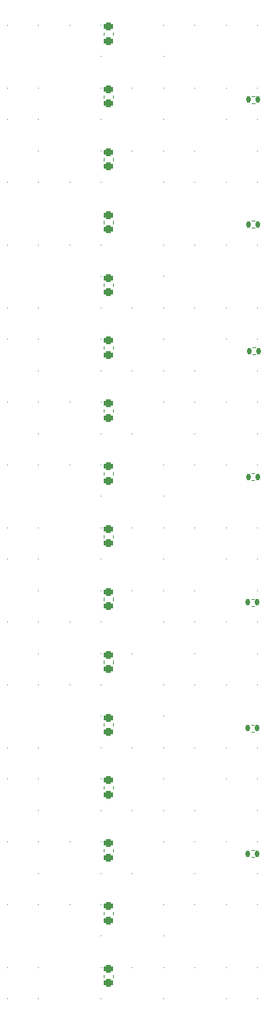
<source format=gto>
G04 #@! TF.GenerationSoftware,KiCad,Pcbnew,7.0.8*
G04 #@! TF.CreationDate,2023-10-22T01:26:05-04:00*
G04 #@! TF.ProjectId,MicrocontrollerInputModule,4d696372-6f63-46f6-9e74-726f6c6c6572,V2.6*
G04 #@! TF.SameCoordinates,Original*
G04 #@! TF.FileFunction,Legend,Top*
G04 #@! TF.FilePolarity,Positive*
%FSLAX46Y46*%
G04 Gerber Fmt 4.6, Leading zero omitted, Abs format (unit mm)*
G04 Created by KiCad (PCBNEW 7.0.8) date 2023-10-22 01:26:05*
%MOMM*%
%LPD*%
G01*
G04 APERTURE LIST*
G04 Aperture macros list*
%AMRoundRect*
0 Rectangle with rounded corners*
0 $1 Rounding radius*
0 $2 $3 $4 $5 $6 $7 $8 $9 X,Y pos of 4 corners*
0 Add a 4 corners polygon primitive as box body*
4,1,4,$2,$3,$4,$5,$6,$7,$8,$9,$2,$3,0*
0 Add four circle primitives for the rounded corners*
1,1,$1+$1,$2,$3*
1,1,$1+$1,$4,$5*
1,1,$1+$1,$6,$7*
1,1,$1+$1,$8,$9*
0 Add four rect primitives between the rounded corners*
20,1,$1+$1,$2,$3,$4,$5,0*
20,1,$1+$1,$4,$5,$6,$7,0*
20,1,$1+$1,$6,$7,$8,$9,0*
20,1,$1+$1,$8,$9,$2,$3,0*%
G04 Aperture macros list end*
%ADD10C,0.100000*%
%ADD11C,0.120000*%
%ADD12R,0.500000X0.500000*%
%ADD13RoundRect,0.225000X-0.250000X0.225000X-0.250000X-0.225000X0.250000X-0.225000X0.250000X0.225000X0*%
%ADD14RoundRect,0.135000X-0.135000X-0.185000X0.135000X-0.185000X0.135000X0.185000X-0.135000X0.185000X0*%
G04 APERTURE END LIST*
D10*
X57201107Y-117337108D02*
G75*
G03*
X57201107Y-117337108I-25000J0D01*
G01*
X46932107Y-96799108D02*
G75*
G03*
X46932107Y-96799108I-25000J0D01*
G01*
X60624107Y-55723108D02*
G75*
G03*
X60624107Y-55723108I-25000J0D01*
G01*
X53778107Y-35185108D02*
G75*
G03*
X53778107Y-35185108I-25000J0D01*
G01*
X40086107Y-117337108D02*
G75*
G03*
X40086107Y-117337108I-25000J0D01*
G01*
X33240107Y-100222108D02*
G75*
G03*
X33240107Y-100222108I-25000J0D01*
G01*
X50355107Y-69415108D02*
G75*
G03*
X50355107Y-69415108I-25000J0D01*
G01*
X43509107Y-62569108D02*
G75*
G03*
X43509107Y-62569108I-25000J0D01*
G01*
X46932107Y-72838108D02*
G75*
G03*
X46932107Y-72838108I-25000J0D01*
G01*
X60624107Y-59146108D02*
G75*
G03*
X60624107Y-59146108I-25000J0D01*
G01*
X46932107Y-76261108D02*
G75*
G03*
X46932107Y-76261108I-25000J0D01*
G01*
X40086107Y-42031108D02*
G75*
G03*
X40086107Y-42031108I-25000J0D01*
G01*
X60624107Y-86530108D02*
G75*
G03*
X60624107Y-86530108I-25000J0D01*
G01*
X40086107Y-79684108D02*
G75*
G03*
X40086107Y-79684108I-25000J0D01*
G01*
X36663107Y-79684108D02*
G75*
G03*
X36663107Y-79684108I-25000J0D01*
G01*
D11*
X43815000Y-42815420D02*
X43815000Y-43096580D01*
X44835000Y-42815420D02*
X44835000Y-43096580D01*
X43815000Y-22277420D02*
X43815000Y-22558580D01*
X44835000Y-22277420D02*
X44835000Y-22558580D01*
D10*
X50355107Y-110491108D02*
G75*
G03*
X50355107Y-110491108I-25000J0D01*
G01*
X46932107Y-65992108D02*
G75*
G03*
X46932107Y-65992108I-25000J0D01*
G01*
X57201107Y-124183108D02*
G75*
G03*
X57201107Y-124183108I-25000J0D01*
G01*
X60624107Y-107068108D02*
G75*
G03*
X60624107Y-107068108I-25000J0D01*
G01*
X33240107Y-127606108D02*
G75*
G03*
X33240107Y-127606108I-25000J0D01*
G01*
X36663107Y-42031108D02*
G75*
G03*
X36663107Y-42031108I-25000J0D01*
G01*
X46932107Y-107068108D02*
G75*
G03*
X46932107Y-107068108I-25000J0D01*
G01*
X57201107Y-100222108D02*
G75*
G03*
X57201107Y-100222108I-25000J0D01*
G01*
X46932107Y-110491108D02*
G75*
G03*
X46932107Y-110491108I-25000J0D01*
G01*
X50355107Y-72838108D02*
G75*
G03*
X50355107Y-72838108I-25000J0D01*
G01*
X40086107Y-62569108D02*
G75*
G03*
X40086107Y-62569108I-25000J0D01*
G01*
X60624107Y-127606108D02*
G75*
G03*
X60624107Y-127606108I-25000J0D01*
G01*
X50355107Y-35185108D02*
G75*
G03*
X50355107Y-35185108I-25000J0D01*
G01*
X36663107Y-76261108D02*
G75*
G03*
X36663107Y-76261108I-25000J0D01*
G01*
X43509107Y-103645108D02*
G75*
G03*
X43509107Y-103645108I-25000J0D01*
G01*
X57201107Y-31762108D02*
G75*
G03*
X57201107Y-31762108I-25000J0D01*
G01*
X50355107Y-96799108D02*
G75*
G03*
X50355107Y-96799108I-25000J0D01*
G01*
X36663107Y-59146108D02*
G75*
G03*
X36663107Y-59146108I-25000J0D01*
G01*
X53778107Y-52300108D02*
G75*
G03*
X53778107Y-52300108I-25000J0D01*
G01*
X43509107Y-127606108D02*
G75*
G03*
X43509107Y-127606108I-25000J0D01*
G01*
X40086107Y-65992108D02*
G75*
G03*
X40086107Y-65992108I-25000J0D01*
G01*
X43509107Y-124183108D02*
G75*
G03*
X43509107Y-124183108I-25000J0D01*
G01*
X40086107Y-127606108D02*
G75*
G03*
X40086107Y-127606108I-25000J0D01*
G01*
X33240107Y-52300108D02*
G75*
G03*
X33240107Y-52300108I-25000J0D01*
G01*
X53778107Y-113914108D02*
G75*
G03*
X53778107Y-113914108I-25000J0D01*
G01*
X53778107Y-79684108D02*
G75*
G03*
X53778107Y-79684108I-25000J0D01*
G01*
X36663107Y-31762108D02*
G75*
G03*
X36663107Y-31762108I-25000J0D01*
G01*
X50355107Y-117337108D02*
G75*
G03*
X50355107Y-117337108I-25000J0D01*
G01*
X60624107Y-45454108D02*
G75*
G03*
X60624107Y-45454108I-25000J0D01*
G01*
X46932107Y-103645108D02*
G75*
G03*
X46932107Y-103645108I-25000J0D01*
G01*
X36663107Y-72838108D02*
G75*
G03*
X36663107Y-72838108I-25000J0D01*
G01*
X43509107Y-79684108D02*
G75*
G03*
X43509107Y-79684108I-25000J0D01*
G01*
D11*
X59963466Y-42819608D02*
X60270748Y-42819608D01*
X59963466Y-43579608D02*
X60270748Y-43579608D01*
D10*
X36663107Y-65992108D02*
G75*
G03*
X36663107Y-65992108I-25000J0D01*
G01*
X40086107Y-21493108D02*
G75*
G03*
X40086107Y-21493108I-25000J0D01*
G01*
X57201107Y-103645108D02*
G75*
G03*
X57201107Y-103645108I-25000J0D01*
G01*
X40086107Y-59146108D02*
G75*
G03*
X40086107Y-59146108I-25000J0D01*
G01*
X33240107Y-72838108D02*
G75*
G03*
X33240107Y-72838108I-25000J0D01*
G01*
X36663107Y-100222108D02*
G75*
G03*
X36663107Y-100222108I-25000J0D01*
G01*
X46932107Y-48877108D02*
G75*
G03*
X46932107Y-48877108I-25000J0D01*
G01*
X50355107Y-86530108D02*
G75*
G03*
X50355107Y-86530108I-25000J0D01*
G01*
X46932107Y-113914108D02*
G75*
G03*
X46932107Y-113914108I-25000J0D01*
G01*
X40086107Y-69415108D02*
G75*
G03*
X40086107Y-69415108I-25000J0D01*
G01*
X60624107Y-62569108D02*
G75*
G03*
X60624107Y-62569108I-25000J0D01*
G01*
X46932107Y-21493108D02*
G75*
G03*
X46932107Y-21493108I-25000J0D01*
G01*
X33240107Y-93376108D02*
G75*
G03*
X33240107Y-93376108I-25000J0D01*
G01*
X60624107Y-52300108D02*
G75*
G03*
X60624107Y-52300108I-25000J0D01*
G01*
X33240107Y-110491108D02*
G75*
G03*
X33240107Y-110491108I-25000J0D01*
G01*
X60624107Y-76261108D02*
G75*
G03*
X60624107Y-76261108I-25000J0D01*
G01*
D11*
X59936359Y-111413500D02*
X60243641Y-111413500D01*
X59936359Y-112173500D02*
X60243641Y-112173500D01*
D10*
X36663107Y-69415108D02*
G75*
G03*
X36663107Y-69415108I-25000J0D01*
G01*
X43509107Y-72838108D02*
G75*
G03*
X43509107Y-72838108I-25000J0D01*
G01*
X53778107Y-89953108D02*
G75*
G03*
X53778107Y-89953108I-25000J0D01*
G01*
X57201107Y-127606108D02*
G75*
G03*
X57201107Y-127606108I-25000J0D01*
G01*
X33240107Y-59146108D02*
G75*
G03*
X33240107Y-59146108I-25000J0D01*
G01*
X40086107Y-96799108D02*
G75*
G03*
X40086107Y-96799108I-25000J0D01*
G01*
X46932107Y-55723108D02*
G75*
G03*
X46932107Y-55723108I-25000J0D01*
G01*
X50355107Y-120760108D02*
G75*
G03*
X50355107Y-120760108I-25000J0D01*
G01*
X33240107Y-86530108D02*
G75*
G03*
X33240107Y-86530108I-25000J0D01*
G01*
X46932107Y-28339108D02*
G75*
G03*
X46932107Y-28339108I-25000J0D01*
G01*
X60624107Y-48877108D02*
G75*
G03*
X60624107Y-48877108I-25000J0D01*
G01*
X36663107Y-55723108D02*
G75*
G03*
X36663107Y-55723108I-25000J0D01*
G01*
X50355107Y-107068108D02*
G75*
G03*
X50355107Y-107068108I-25000J0D01*
G01*
X46932107Y-38608108D02*
G75*
G03*
X46932107Y-38608108I-25000J0D01*
G01*
X53778107Y-45454108D02*
G75*
G03*
X53778107Y-45454108I-25000J0D01*
G01*
X46932107Y-31762108D02*
G75*
G03*
X46932107Y-31762108I-25000J0D01*
G01*
X43509107Y-59146108D02*
G75*
G03*
X43509107Y-59146108I-25000J0D01*
G01*
X43509107Y-89953108D02*
G75*
G03*
X43509107Y-89953108I-25000J0D01*
G01*
X33240107Y-24916108D02*
G75*
G03*
X33240107Y-24916108I-25000J0D01*
G01*
X36663107Y-52300108D02*
G75*
G03*
X36663107Y-52300108I-25000J0D01*
G01*
X36663107Y-93376108D02*
G75*
G03*
X36663107Y-93376108I-25000J0D01*
G01*
X57201107Y-107068108D02*
G75*
G03*
X57201107Y-107068108I-25000J0D01*
G01*
X43509107Y-52300108D02*
G75*
G03*
X43509107Y-52300108I-25000J0D01*
G01*
X40086107Y-120760108D02*
G75*
G03*
X40086107Y-120760108I-25000J0D01*
G01*
X60624107Y-96799108D02*
G75*
G03*
X60624107Y-96799108I-25000J0D01*
G01*
X60624107Y-38608108D02*
G75*
G03*
X60624107Y-38608108I-25000J0D01*
G01*
X43509107Y-76261108D02*
G75*
G03*
X43509107Y-76261108I-25000J0D01*
G01*
X40086107Y-72838108D02*
G75*
G03*
X40086107Y-72838108I-25000J0D01*
G01*
X43509107Y-107068108D02*
G75*
G03*
X43509107Y-107068108I-25000J0D01*
G01*
X50355107Y-83107108D02*
G75*
G03*
X50355107Y-83107108I-25000J0D01*
G01*
X50355107Y-55723108D02*
G75*
G03*
X50355107Y-55723108I-25000J0D01*
G01*
X36663107Y-107068108D02*
G75*
G03*
X36663107Y-107068108I-25000J0D01*
G01*
X50355107Y-113914108D02*
G75*
G03*
X50355107Y-113914108I-25000J0D01*
G01*
D11*
X43815000Y-49661420D02*
X43815000Y-49942580D01*
X44835000Y-49661420D02*
X44835000Y-49942580D01*
D10*
X33240107Y-124183108D02*
G75*
G03*
X33240107Y-124183108I-25000J0D01*
G01*
X46932107Y-52300108D02*
G75*
G03*
X46932107Y-52300108I-25000J0D01*
G01*
X53778107Y-86530108D02*
G75*
G03*
X53778107Y-86530108I-25000J0D01*
G01*
X40086107Y-103645108D02*
G75*
G03*
X40086107Y-103645108I-25000J0D01*
G01*
X46932107Y-35185108D02*
G75*
G03*
X46932107Y-35185108I-25000J0D01*
G01*
X36663107Y-110491108D02*
G75*
G03*
X36663107Y-110491108I-25000J0D01*
G01*
X43509107Y-24916108D02*
G75*
G03*
X43509107Y-24916108I-25000J0D01*
G01*
X46932107Y-83107108D02*
G75*
G03*
X46932107Y-83107108I-25000J0D01*
G01*
X36663107Y-103645108D02*
G75*
G03*
X36663107Y-103645108I-25000J0D01*
G01*
X53778107Y-83107108D02*
G75*
G03*
X53778107Y-83107108I-25000J0D01*
G01*
X40086107Y-113914108D02*
G75*
G03*
X40086107Y-113914108I-25000J0D01*
G01*
X60624107Y-83107108D02*
G75*
G03*
X60624107Y-83107108I-25000J0D01*
G01*
X50355107Y-21493108D02*
G75*
G03*
X50355107Y-21493108I-25000J0D01*
G01*
X50355107Y-124183108D02*
G75*
G03*
X50355107Y-124183108I-25000J0D01*
G01*
X46932107Y-89953108D02*
G75*
G03*
X46932107Y-89953108I-25000J0D01*
G01*
X36663107Y-83107108D02*
G75*
G03*
X36663107Y-83107108I-25000J0D01*
G01*
X60624107Y-120760108D02*
G75*
G03*
X60624107Y-120760108I-25000J0D01*
G01*
X53778107Y-76261108D02*
G75*
G03*
X53778107Y-76261108I-25000J0D01*
G01*
X50355107Y-127606108D02*
G75*
G03*
X50355107Y-127606108I-25000J0D01*
G01*
X53778107Y-103645108D02*
G75*
G03*
X53778107Y-103645108I-25000J0D01*
G01*
X33240107Y-120760108D02*
G75*
G03*
X33240107Y-120760108I-25000J0D01*
G01*
X50355107Y-31762108D02*
G75*
G03*
X50355107Y-31762108I-25000J0D01*
G01*
X33240107Y-38608108D02*
G75*
G03*
X33240107Y-38608108I-25000J0D01*
G01*
X53778107Y-24916108D02*
G75*
G03*
X53778107Y-24916108I-25000J0D01*
G01*
X40086107Y-83107108D02*
G75*
G03*
X40086107Y-83107108I-25000J0D01*
G01*
X57201107Y-93376108D02*
G75*
G03*
X57201107Y-93376108I-25000J0D01*
G01*
X50355107Y-79684108D02*
G75*
G03*
X50355107Y-79684108I-25000J0D01*
G01*
X50355107Y-28339108D02*
G75*
G03*
X50355107Y-28339108I-25000J0D01*
G01*
X53778107Y-72838108D02*
G75*
G03*
X53778107Y-72838108I-25000J0D01*
G01*
X36663107Y-45454108D02*
G75*
G03*
X36663107Y-45454108I-25000J0D01*
G01*
X57201107Y-96799108D02*
G75*
G03*
X57201107Y-96799108I-25000J0D01*
G01*
X60624107Y-103645108D02*
G75*
G03*
X60624107Y-103645108I-25000J0D01*
G01*
X50355107Y-62569108D02*
G75*
G03*
X50355107Y-62569108I-25000J0D01*
G01*
X57201107Y-38608108D02*
G75*
G03*
X57201107Y-38608108I-25000J0D01*
G01*
X40086107Y-45454108D02*
G75*
G03*
X40086107Y-45454108I-25000J0D01*
G01*
X36663107Y-124183108D02*
G75*
G03*
X36663107Y-124183108I-25000J0D01*
G01*
X40086107Y-31762108D02*
G75*
G03*
X40086107Y-31762108I-25000J0D01*
G01*
X40086107Y-86530108D02*
G75*
G03*
X40086107Y-86530108I-25000J0D01*
G01*
X53778107Y-69415108D02*
G75*
G03*
X53778107Y-69415108I-25000J0D01*
G01*
X40086107Y-55723108D02*
G75*
G03*
X40086107Y-55723108I-25000J0D01*
G01*
X57201107Y-69415108D02*
G75*
G03*
X57201107Y-69415108I-25000J0D01*
G01*
X53778107Y-107068108D02*
G75*
G03*
X53778107Y-107068108I-25000J0D01*
G01*
X43509107Y-28339108D02*
G75*
G03*
X43509107Y-28339108I-25000J0D01*
G01*
X46932107Y-120760108D02*
G75*
G03*
X46932107Y-120760108I-25000J0D01*
G01*
X50355107Y-59146108D02*
G75*
G03*
X50355107Y-59146108I-25000J0D01*
G01*
X53778107Y-65992108D02*
G75*
G03*
X53778107Y-65992108I-25000J0D01*
G01*
X43509107Y-69415108D02*
G75*
G03*
X43509107Y-69415108I-25000J0D01*
G01*
D11*
X59956359Y-70312500D02*
X60263641Y-70312500D01*
X59956359Y-71072500D02*
X60263641Y-71072500D01*
D10*
X40086107Y-100222108D02*
G75*
G03*
X40086107Y-100222108I-25000J0D01*
G01*
X57201107Y-24916108D02*
G75*
G03*
X57201107Y-24916108I-25000J0D01*
G01*
X57201107Y-62569108D02*
G75*
G03*
X57201107Y-62569108I-25000J0D01*
G01*
X57201107Y-120760108D02*
G75*
G03*
X57201107Y-120760108I-25000J0D01*
G01*
X43509107Y-93376108D02*
G75*
G03*
X43509107Y-93376108I-25000J0D01*
G01*
X46932107Y-117337108D02*
G75*
G03*
X46932107Y-117337108I-25000J0D01*
G01*
X36663107Y-24916108D02*
G75*
G03*
X36663107Y-24916108I-25000J0D01*
G01*
X33240107Y-42031108D02*
G75*
G03*
X33240107Y-42031108I-25000J0D01*
G01*
X60624107Y-89953108D02*
G75*
G03*
X60624107Y-89953108I-25000J0D01*
G01*
X53778107Y-48877108D02*
G75*
G03*
X53778107Y-48877108I-25000J0D01*
G01*
X33240107Y-21493108D02*
G75*
G03*
X33240107Y-21493108I-25000J0D01*
G01*
X40086107Y-35185108D02*
G75*
G03*
X40086107Y-35185108I-25000J0D01*
G01*
X60624107Y-35185108D02*
G75*
G03*
X60624107Y-35185108I-25000J0D01*
G01*
X43509107Y-117337108D02*
G75*
G03*
X43509107Y-117337108I-25000J0D01*
G01*
X57201107Y-52300108D02*
G75*
G03*
X57201107Y-52300108I-25000J0D01*
G01*
X40086107Y-110491108D02*
G75*
G03*
X40086107Y-110491108I-25000J0D01*
G01*
X46932107Y-45454108D02*
G75*
G03*
X46932107Y-45454108I-25000J0D01*
G01*
X40086107Y-52300108D02*
G75*
G03*
X40086107Y-52300108I-25000J0D01*
G01*
X60624107Y-31762108D02*
G75*
G03*
X60624107Y-31762108I-25000J0D01*
G01*
X60624107Y-42031108D02*
G75*
G03*
X60624107Y-42031108I-25000J0D01*
G01*
X50355107Y-100222108D02*
G75*
G03*
X50355107Y-100222108I-25000J0D01*
G01*
X46932107Y-62569108D02*
G75*
G03*
X46932107Y-62569108I-25000J0D01*
G01*
X60624107Y-79684108D02*
G75*
G03*
X60624107Y-79684108I-25000J0D01*
G01*
X43509107Y-86530108D02*
G75*
G03*
X43509107Y-86530108I-25000J0D01*
G01*
X43509107Y-110491108D02*
G75*
G03*
X43509107Y-110491108I-25000J0D01*
G01*
X53778107Y-96799108D02*
G75*
G03*
X53778107Y-96799108I-25000J0D01*
G01*
X50355107Y-45454108D02*
G75*
G03*
X50355107Y-45454108I-25000J0D01*
G01*
X53778107Y-31762108D02*
G75*
G03*
X53778107Y-31762108I-25000J0D01*
G01*
X33240107Y-89953108D02*
G75*
G03*
X33240107Y-89953108I-25000J0D01*
G01*
D11*
X43815000Y-90737420D02*
X43815000Y-91018580D01*
X44835000Y-90737420D02*
X44835000Y-91018580D01*
D10*
X33240107Y-76261108D02*
G75*
G03*
X33240107Y-76261108I-25000J0D01*
G01*
X33240107Y-55723108D02*
G75*
G03*
X33240107Y-55723108I-25000J0D01*
G01*
X53778107Y-100222108D02*
G75*
G03*
X53778107Y-100222108I-25000J0D01*
G01*
X53778107Y-110491108D02*
G75*
G03*
X53778107Y-110491108I-25000J0D01*
G01*
X60624107Y-124183108D02*
G75*
G03*
X60624107Y-124183108I-25000J0D01*
G01*
X57201107Y-113914108D02*
G75*
G03*
X57201107Y-113914108I-25000J0D01*
G01*
D11*
X43815000Y-118121420D02*
X43815000Y-118402580D01*
X44835000Y-118121420D02*
X44835000Y-118402580D01*
D10*
X57201107Y-72838108D02*
G75*
G03*
X57201107Y-72838108I-25000J0D01*
G01*
D11*
X59936359Y-97713500D02*
X60243641Y-97713500D01*
X59936359Y-98473500D02*
X60243641Y-98473500D01*
X43815000Y-111275420D02*
X43815000Y-111556580D01*
X44835000Y-111275420D02*
X44835000Y-111556580D01*
D10*
X36663107Y-38608108D02*
G75*
G03*
X36663107Y-38608108I-25000J0D01*
G01*
X57201107Y-45454108D02*
G75*
G03*
X57201107Y-45454108I-25000J0D01*
G01*
X33240107Y-107068108D02*
G75*
G03*
X33240107Y-107068108I-25000J0D01*
G01*
X57201107Y-28339108D02*
G75*
G03*
X57201107Y-28339108I-25000J0D01*
G01*
X43509107Y-42031108D02*
G75*
G03*
X43509107Y-42031108I-25000J0D01*
G01*
X36663107Y-113914108D02*
G75*
G03*
X36663107Y-113914108I-25000J0D01*
G01*
X33240107Y-113914108D02*
G75*
G03*
X33240107Y-113914108I-25000J0D01*
G01*
D11*
X43815000Y-63353420D02*
X43815000Y-63634580D01*
X44835000Y-63353420D02*
X44835000Y-63634580D01*
D10*
X36663107Y-96799108D02*
G75*
G03*
X36663107Y-96799108I-25000J0D01*
G01*
X53778107Y-62569108D02*
G75*
G03*
X53778107Y-62569108I-25000J0D01*
G01*
X53778107Y-28339108D02*
G75*
G03*
X53778107Y-28339108I-25000J0D01*
G01*
X43509107Y-35185108D02*
G75*
G03*
X43509107Y-35185108I-25000J0D01*
G01*
X46932107Y-100222108D02*
G75*
G03*
X46932107Y-100222108I-25000J0D01*
G01*
X43509107Y-21493108D02*
G75*
G03*
X43509107Y-21493108I-25000J0D01*
G01*
D11*
X43815000Y-56507420D02*
X43815000Y-56788580D01*
X44835000Y-56507420D02*
X44835000Y-56788580D01*
D10*
X50355107Y-93376108D02*
G75*
G03*
X50355107Y-93376108I-25000J0D01*
G01*
X57201107Y-59146108D02*
G75*
G03*
X57201107Y-59146108I-25000J0D01*
G01*
X40086107Y-48877108D02*
G75*
G03*
X40086107Y-48877108I-25000J0D01*
G01*
X40086107Y-76261108D02*
G75*
G03*
X40086107Y-76261108I-25000J0D01*
G01*
X40086107Y-93376108D02*
G75*
G03*
X40086107Y-93376108I-25000J0D01*
G01*
X46932107Y-124183108D02*
G75*
G03*
X46932107Y-124183108I-25000J0D01*
G01*
X57201107Y-89953108D02*
G75*
G03*
X57201107Y-89953108I-25000J0D01*
G01*
X46932107Y-24916108D02*
G75*
G03*
X46932107Y-24916108I-25000J0D01*
G01*
X33240107Y-62569108D02*
G75*
G03*
X33240107Y-62569108I-25000J0D01*
G01*
X53778107Y-117337108D02*
G75*
G03*
X53778107Y-117337108I-25000J0D01*
G01*
X50355107Y-42031108D02*
G75*
G03*
X50355107Y-42031108I-25000J0D01*
G01*
X43509107Y-55723108D02*
G75*
G03*
X43509107Y-55723108I-25000J0D01*
G01*
X33240107Y-69415108D02*
G75*
G03*
X33240107Y-69415108I-25000J0D01*
G01*
X53778107Y-55723108D02*
G75*
G03*
X53778107Y-55723108I-25000J0D01*
G01*
X43509107Y-83107108D02*
G75*
G03*
X43509107Y-83107108I-25000J0D01*
G01*
X36663107Y-117337108D02*
G75*
G03*
X36663107Y-117337108I-25000J0D01*
G01*
D11*
X43815000Y-97583420D02*
X43815000Y-97864580D01*
X44835000Y-97583420D02*
X44835000Y-97864580D01*
X59963466Y-29213108D02*
X60270748Y-29213108D01*
X59963466Y-29973108D02*
X60270748Y-29973108D01*
X59936359Y-84013500D02*
X60243641Y-84013500D01*
X59936359Y-84773500D02*
X60243641Y-84773500D01*
D10*
X43509107Y-65992108D02*
G75*
G03*
X43509107Y-65992108I-25000J0D01*
G01*
X53778107Y-42031108D02*
G75*
G03*
X53778107Y-42031108I-25000J0D01*
G01*
X60624107Y-69415108D02*
G75*
G03*
X60624107Y-69415108I-25000J0D01*
G01*
X33240107Y-31762108D02*
G75*
G03*
X33240107Y-31762108I-25000J0D01*
G01*
X57201107Y-76261108D02*
G75*
G03*
X57201107Y-76261108I-25000J0D01*
G01*
X36663107Y-28339108D02*
G75*
G03*
X36663107Y-28339108I-25000J0D01*
G01*
X57201107Y-35185108D02*
G75*
G03*
X57201107Y-35185108I-25000J0D01*
G01*
X46932107Y-127606108D02*
G75*
G03*
X46932107Y-127606108I-25000J0D01*
G01*
X60624107Y-72838108D02*
G75*
G03*
X60624107Y-72838108I-25000J0D01*
G01*
X40086107Y-124183108D02*
G75*
G03*
X40086107Y-124183108I-25000J0D01*
G01*
X60624107Y-28339108D02*
G75*
G03*
X60624107Y-28339108I-25000J0D01*
G01*
X33240107Y-45454108D02*
G75*
G03*
X33240107Y-45454108I-25000J0D01*
G01*
X36663107Y-127606108D02*
G75*
G03*
X36663107Y-127606108I-25000J0D01*
G01*
X57201107Y-86530108D02*
G75*
G03*
X57201107Y-86530108I-25000J0D01*
G01*
X50355107Y-65992108D02*
G75*
G03*
X50355107Y-65992108I-25000J0D01*
G01*
X57201107Y-42031108D02*
G75*
G03*
X57201107Y-42031108I-25000J0D01*
G01*
X57201107Y-79684108D02*
G75*
G03*
X57201107Y-79684108I-25000J0D01*
G01*
X33240107Y-96799108D02*
G75*
G03*
X33240107Y-96799108I-25000J0D01*
G01*
X43509107Y-100222108D02*
G75*
G03*
X43509107Y-100222108I-25000J0D01*
G01*
X46932107Y-69415108D02*
G75*
G03*
X46932107Y-69415108I-25000J0D01*
G01*
X60624107Y-65992108D02*
G75*
G03*
X60624107Y-65992108I-25000J0D01*
G01*
X46932107Y-79684108D02*
G75*
G03*
X46932107Y-79684108I-25000J0D01*
G01*
X43509107Y-113914108D02*
G75*
G03*
X43509107Y-113914108I-25000J0D01*
G01*
X33240107Y-117337108D02*
G75*
G03*
X33240107Y-117337108I-25000J0D01*
G01*
X36663107Y-120760108D02*
G75*
G03*
X36663107Y-120760108I-25000J0D01*
G01*
X43509107Y-96799108D02*
G75*
G03*
X43509107Y-96799108I-25000J0D01*
G01*
X57201107Y-55723108D02*
G75*
G03*
X57201107Y-55723108I-25000J0D01*
G01*
X33240107Y-83107108D02*
G75*
G03*
X33240107Y-83107108I-25000J0D01*
G01*
X60624107Y-21493108D02*
G75*
G03*
X60624107Y-21493108I-25000J0D01*
G01*
X57201107Y-83107108D02*
G75*
G03*
X57201107Y-83107108I-25000J0D01*
G01*
X50355107Y-89953108D02*
G75*
G03*
X50355107Y-89953108I-25000J0D01*
G01*
X57201107Y-21493108D02*
G75*
G03*
X57201107Y-21493108I-25000J0D01*
G01*
X43509107Y-31762108D02*
G75*
G03*
X43509107Y-31762108I-25000J0D01*
G01*
X43509107Y-48877108D02*
G75*
G03*
X43509107Y-48877108I-25000J0D01*
G01*
X50355107Y-48877108D02*
G75*
G03*
X50355107Y-48877108I-25000J0D01*
G01*
X60624107Y-24916108D02*
G75*
G03*
X60624107Y-24916108I-25000J0D01*
G01*
X57201107Y-48877108D02*
G75*
G03*
X57201107Y-48877108I-25000J0D01*
G01*
X43509107Y-45454108D02*
G75*
G03*
X43509107Y-45454108I-25000J0D01*
G01*
X53778107Y-93376108D02*
G75*
G03*
X53778107Y-93376108I-25000J0D01*
G01*
X40086107Y-38608108D02*
G75*
G03*
X40086107Y-38608108I-25000J0D01*
G01*
D11*
X43815000Y-29123420D02*
X43815000Y-29404580D01*
X44835000Y-29123420D02*
X44835000Y-29404580D01*
D10*
X46932107Y-86530108D02*
G75*
G03*
X46932107Y-86530108I-25000J0D01*
G01*
X53778107Y-59146108D02*
G75*
G03*
X53778107Y-59146108I-25000J0D01*
G01*
X60624107Y-113914108D02*
G75*
G03*
X60624107Y-113914108I-25000J0D01*
G01*
X50355107Y-103645108D02*
G75*
G03*
X50355107Y-103645108I-25000J0D01*
G01*
X36663107Y-86530108D02*
G75*
G03*
X36663107Y-86530108I-25000J0D01*
G01*
X46932107Y-93376108D02*
G75*
G03*
X46932107Y-93376108I-25000J0D01*
G01*
X36663107Y-48877108D02*
G75*
G03*
X36663107Y-48877108I-25000J0D01*
G01*
X43509107Y-38608108D02*
G75*
G03*
X43509107Y-38608108I-25000J0D01*
G01*
X57201107Y-65992108D02*
G75*
G03*
X57201107Y-65992108I-25000J0D01*
G01*
X50355107Y-38608108D02*
G75*
G03*
X50355107Y-38608108I-25000J0D01*
G01*
X33240107Y-79684108D02*
G75*
G03*
X33240107Y-79684108I-25000J0D01*
G01*
X33240107Y-28339108D02*
G75*
G03*
X33240107Y-28339108I-25000J0D01*
G01*
X43509107Y-120760108D02*
G75*
G03*
X43509107Y-120760108I-25000J0D01*
G01*
X33240107Y-48877108D02*
G75*
G03*
X33240107Y-48877108I-25000J0D01*
G01*
X57201107Y-110491108D02*
G75*
G03*
X57201107Y-110491108I-25000J0D01*
G01*
X50355107Y-24916108D02*
G75*
G03*
X50355107Y-24916108I-25000J0D01*
G01*
X46932107Y-42031108D02*
G75*
G03*
X46932107Y-42031108I-25000J0D01*
G01*
X60624107Y-100222108D02*
G75*
G03*
X60624107Y-100222108I-25000J0D01*
G01*
D11*
X43815000Y-77045420D02*
X43815000Y-77326580D01*
X44835000Y-77045420D02*
X44835000Y-77326580D01*
D10*
X40086107Y-24916108D02*
G75*
G03*
X40086107Y-24916108I-25000J0D01*
G01*
X50355107Y-52300108D02*
G75*
G03*
X50355107Y-52300108I-25000J0D01*
G01*
X60624107Y-110491108D02*
G75*
G03*
X60624107Y-110491108I-25000J0D01*
G01*
D11*
X43815000Y-70199420D02*
X43815000Y-70480580D01*
X44835000Y-70199420D02*
X44835000Y-70480580D01*
D10*
X60624107Y-117337108D02*
G75*
G03*
X60624107Y-117337108I-25000J0D01*
G01*
X36663107Y-35185108D02*
G75*
G03*
X36663107Y-35185108I-25000J0D01*
G01*
X40086107Y-28339108D02*
G75*
G03*
X40086107Y-28339108I-25000J0D01*
G01*
X53778107Y-120760108D02*
G75*
G03*
X53778107Y-120760108I-25000J0D01*
G01*
X33240107Y-103645108D02*
G75*
G03*
X33240107Y-103645108I-25000J0D01*
G01*
D11*
X43815000Y-104429420D02*
X43815000Y-104710580D01*
X44835000Y-104429420D02*
X44835000Y-104710580D01*
X43815000Y-35969420D02*
X43815000Y-36250580D01*
X44835000Y-35969420D02*
X44835000Y-36250580D01*
X43815000Y-124967420D02*
X43815000Y-125248580D01*
X44835000Y-124967420D02*
X44835000Y-125248580D01*
D10*
X36663107Y-21493108D02*
G75*
G03*
X36663107Y-21493108I-25000J0D01*
G01*
X53778107Y-38608108D02*
G75*
G03*
X53778107Y-38608108I-25000J0D01*
G01*
X36663107Y-89953108D02*
G75*
G03*
X36663107Y-89953108I-25000J0D01*
G01*
X53778107Y-127606108D02*
G75*
G03*
X53778107Y-127606108I-25000J0D01*
G01*
X46932107Y-59146108D02*
G75*
G03*
X46932107Y-59146108I-25000J0D01*
G01*
X33240107Y-65992108D02*
G75*
G03*
X33240107Y-65992108I-25000J0D01*
G01*
X53778107Y-21493108D02*
G75*
G03*
X53778107Y-21493108I-25000J0D01*
G01*
X40086107Y-89953108D02*
G75*
G03*
X40086107Y-89953108I-25000J0D01*
G01*
X36663107Y-62569108D02*
G75*
G03*
X36663107Y-62569108I-25000J0D01*
G01*
X33240107Y-35185108D02*
G75*
G03*
X33240107Y-35185108I-25000J0D01*
G01*
X50355107Y-76261108D02*
G75*
G03*
X50355107Y-76261108I-25000J0D01*
G01*
X60624107Y-93376108D02*
G75*
G03*
X60624107Y-93376108I-25000J0D01*
G01*
X53778107Y-124183108D02*
G75*
G03*
X53778107Y-124183108I-25000J0D01*
G01*
D11*
X60056358Y-56612500D02*
X60363640Y-56612500D01*
X60056358Y-57372500D02*
X60363640Y-57372500D01*
X43815000Y-83891420D02*
X43815000Y-84172580D01*
X44835000Y-83891420D02*
X44835000Y-84172580D01*
D10*
X40086107Y-107068108D02*
G75*
G03*
X40086107Y-107068108I-25000J0D01*
G01*
%LPC*%
D12*
X56826107Y-116987108D03*
X56826107Y-116087108D03*
X55926107Y-116087108D03*
X55926107Y-116987108D03*
X46557107Y-96449108D03*
X46557107Y-95549108D03*
X45657107Y-95549108D03*
X45657107Y-96449108D03*
X60249107Y-55373108D03*
X60249107Y-54473108D03*
X59349107Y-54473108D03*
X59349107Y-55373108D03*
X53403107Y-34835108D03*
X53403107Y-33935108D03*
X52503107Y-33935108D03*
X52503107Y-34835108D03*
X39711107Y-116987108D03*
X39711107Y-116087108D03*
X38811107Y-116087108D03*
X38811107Y-116987108D03*
X32865107Y-99872108D03*
X32865107Y-98972108D03*
X31965107Y-98972108D03*
X31965107Y-99872108D03*
X49980107Y-69065108D03*
X49980107Y-68165108D03*
X49080107Y-68165108D03*
X49080107Y-69065108D03*
X43134107Y-62219108D03*
X43134107Y-61319108D03*
X42234107Y-61319108D03*
X42234107Y-62219108D03*
X46557107Y-72488108D03*
X46557107Y-71588108D03*
X45657107Y-71588108D03*
X45657107Y-72488108D03*
X60249107Y-58796108D03*
X60249107Y-57896108D03*
X59349107Y-57896108D03*
X59349107Y-58796108D03*
X46557107Y-75911108D03*
X46557107Y-75011108D03*
X45657107Y-75011108D03*
X45657107Y-75911108D03*
X39711107Y-41681108D03*
X39711107Y-40781108D03*
X38811107Y-40781108D03*
X38811107Y-41681108D03*
X60249107Y-86180108D03*
X60249107Y-85280108D03*
X59349107Y-85280108D03*
X59349107Y-86180108D03*
X39711107Y-79334108D03*
X39711107Y-78434108D03*
X38811107Y-78434108D03*
X38811107Y-79334108D03*
X36288107Y-79334108D03*
X36288107Y-78434108D03*
X35388107Y-78434108D03*
X35388107Y-79334108D03*
D13*
X44325000Y-42181000D03*
X44325000Y-43731000D03*
X44325000Y-21643000D03*
X44325000Y-23193000D03*
D12*
X49980107Y-110141108D03*
X49980107Y-109241108D03*
X49080107Y-109241108D03*
X49080107Y-110141108D03*
X46557107Y-65642108D03*
X46557107Y-64742108D03*
X45657107Y-64742108D03*
X45657107Y-65642108D03*
X56826107Y-123833108D03*
X56826107Y-122933108D03*
X55926107Y-122933108D03*
X55926107Y-123833108D03*
X60249107Y-106718108D03*
X60249107Y-105818108D03*
X59349107Y-105818108D03*
X59349107Y-106718108D03*
X32865107Y-127256108D03*
X32865107Y-126356108D03*
X31965107Y-126356108D03*
X31965107Y-127256108D03*
X36288107Y-41681108D03*
X36288107Y-40781108D03*
X35388107Y-40781108D03*
X35388107Y-41681108D03*
X46557107Y-106718108D03*
X46557107Y-105818108D03*
X45657107Y-105818108D03*
X45657107Y-106718108D03*
X56826107Y-99872108D03*
X56826107Y-98972108D03*
X55926107Y-98972108D03*
X55926107Y-99872108D03*
X46557107Y-110141108D03*
X46557107Y-109241108D03*
X45657107Y-109241108D03*
X45657107Y-110141108D03*
X49980107Y-72488108D03*
X49980107Y-71588108D03*
X49080107Y-71588108D03*
X49080107Y-72488108D03*
X39711107Y-62219108D03*
X39711107Y-61319108D03*
X38811107Y-61319108D03*
X38811107Y-62219108D03*
X60249107Y-127256108D03*
X60249107Y-126356108D03*
X59349107Y-126356108D03*
X59349107Y-127256108D03*
X49980107Y-34835108D03*
X49980107Y-33935108D03*
X49080107Y-33935108D03*
X49080107Y-34835108D03*
X36288107Y-75911108D03*
X36288107Y-75011108D03*
X35388107Y-75011108D03*
X35388107Y-75911108D03*
X43134107Y-103295108D03*
X43134107Y-102395108D03*
X42234107Y-102395108D03*
X42234107Y-103295108D03*
X56826107Y-31412108D03*
X56826107Y-30512108D03*
X55926107Y-30512108D03*
X55926107Y-31412108D03*
X49980107Y-96449108D03*
X49980107Y-95549108D03*
X49080107Y-95549108D03*
X49080107Y-96449108D03*
X36288107Y-58796108D03*
X36288107Y-57896108D03*
X35388107Y-57896108D03*
X35388107Y-58796108D03*
X53403107Y-51950108D03*
X53403107Y-51050108D03*
X52503107Y-51050108D03*
X52503107Y-51950108D03*
X43134107Y-127256108D03*
X43134107Y-126356108D03*
X42234107Y-126356108D03*
X42234107Y-127256108D03*
X39711107Y-65642108D03*
X39711107Y-64742108D03*
X38811107Y-64742108D03*
X38811107Y-65642108D03*
X43134107Y-123833108D03*
X43134107Y-122933108D03*
X42234107Y-122933108D03*
X42234107Y-123833108D03*
X39711107Y-127256108D03*
X39711107Y-126356108D03*
X38811107Y-126356108D03*
X38811107Y-127256108D03*
X32865107Y-51950108D03*
X32865107Y-51050108D03*
X31965107Y-51050108D03*
X31965107Y-51950108D03*
X53403107Y-113564108D03*
X53403107Y-112664108D03*
X52503107Y-112664108D03*
X52503107Y-113564108D03*
X53403107Y-79334108D03*
X53403107Y-78434108D03*
X52503107Y-78434108D03*
X52503107Y-79334108D03*
X36288107Y-31412108D03*
X36288107Y-30512108D03*
X35388107Y-30512108D03*
X35388107Y-31412108D03*
X49980107Y-116987108D03*
X49980107Y-116087108D03*
X49080107Y-116087108D03*
X49080107Y-116987108D03*
X60249107Y-45104108D03*
X60249107Y-44204108D03*
X59349107Y-44204108D03*
X59349107Y-45104108D03*
X46557107Y-103295108D03*
X46557107Y-102395108D03*
X45657107Y-102395108D03*
X45657107Y-103295108D03*
X36288107Y-72488108D03*
X36288107Y-71588108D03*
X35388107Y-71588108D03*
X35388107Y-72488108D03*
X43134107Y-79334108D03*
X43134107Y-78434108D03*
X42234107Y-78434108D03*
X42234107Y-79334108D03*
D14*
X59607107Y-43199608D03*
X60627107Y-43199608D03*
D12*
X36288107Y-65642108D03*
X36288107Y-64742108D03*
X35388107Y-64742108D03*
X35388107Y-65642108D03*
X39711107Y-21143108D03*
X39711107Y-20243108D03*
X38811107Y-20243108D03*
X38811107Y-21143108D03*
X56826107Y-103295108D03*
X56826107Y-102395108D03*
X55926107Y-102395108D03*
X55926107Y-103295108D03*
X39711107Y-58796108D03*
X39711107Y-57896108D03*
X38811107Y-57896108D03*
X38811107Y-58796108D03*
X32865107Y-72488108D03*
X32865107Y-71588108D03*
X31965107Y-71588108D03*
X31965107Y-72488108D03*
X36288107Y-99872108D03*
X36288107Y-98972108D03*
X35388107Y-98972108D03*
X35388107Y-99872108D03*
X46557107Y-48527108D03*
X46557107Y-47627108D03*
X45657107Y-47627108D03*
X45657107Y-48527108D03*
X49980107Y-86180108D03*
X49980107Y-85280108D03*
X49080107Y-85280108D03*
X49080107Y-86180108D03*
X46557107Y-113564108D03*
X46557107Y-112664108D03*
X45657107Y-112664108D03*
X45657107Y-113564108D03*
X39711107Y-69065108D03*
X39711107Y-68165108D03*
X38811107Y-68165108D03*
X38811107Y-69065108D03*
X60249107Y-62219108D03*
X60249107Y-61319108D03*
X59349107Y-61319108D03*
X59349107Y-62219108D03*
X46557107Y-21143108D03*
X46557107Y-20243108D03*
X45657107Y-20243108D03*
X45657107Y-21143108D03*
X32865107Y-93026108D03*
X32865107Y-92126108D03*
X31965107Y-92126108D03*
X31965107Y-93026108D03*
X60249107Y-51950108D03*
X60249107Y-51050108D03*
X59349107Y-51050108D03*
X59349107Y-51950108D03*
X32865107Y-110141108D03*
X32865107Y-109241108D03*
X31965107Y-109241108D03*
X31965107Y-110141108D03*
X60249107Y-75911108D03*
X60249107Y-75011108D03*
X59349107Y-75011108D03*
X59349107Y-75911108D03*
D14*
X59580000Y-111793500D03*
X60600000Y-111793500D03*
D12*
X36288107Y-69065108D03*
X36288107Y-68165108D03*
X35388107Y-68165108D03*
X35388107Y-69065108D03*
X43134107Y-72488108D03*
X43134107Y-71588108D03*
X42234107Y-71588108D03*
X42234107Y-72488108D03*
X53403107Y-89603108D03*
X53403107Y-88703108D03*
X52503107Y-88703108D03*
X52503107Y-89603108D03*
X56826107Y-127256108D03*
X56826107Y-126356108D03*
X55926107Y-126356108D03*
X55926107Y-127256108D03*
X32865107Y-58796108D03*
X32865107Y-57896108D03*
X31965107Y-57896108D03*
X31965107Y-58796108D03*
X39711107Y-96449108D03*
X39711107Y-95549108D03*
X38811107Y-95549108D03*
X38811107Y-96449108D03*
X46557107Y-55373108D03*
X46557107Y-54473108D03*
X45657107Y-54473108D03*
X45657107Y-55373108D03*
X49980107Y-120410108D03*
X49980107Y-119510108D03*
X49080107Y-119510108D03*
X49080107Y-120410108D03*
X32865107Y-86180108D03*
X32865107Y-85280108D03*
X31965107Y-85280108D03*
X31965107Y-86180108D03*
X46557107Y-27989108D03*
X46557107Y-27089108D03*
X45657107Y-27089108D03*
X45657107Y-27989108D03*
X60249107Y-48527108D03*
X60249107Y-47627108D03*
X59349107Y-47627108D03*
X59349107Y-48527108D03*
X36288107Y-55373108D03*
X36288107Y-54473108D03*
X35388107Y-54473108D03*
X35388107Y-55373108D03*
X49980107Y-106718108D03*
X49980107Y-105818108D03*
X49080107Y-105818108D03*
X49080107Y-106718108D03*
X46557107Y-38258108D03*
X46557107Y-37358108D03*
X45657107Y-37358108D03*
X45657107Y-38258108D03*
X53403107Y-45104108D03*
X53403107Y-44204108D03*
X52503107Y-44204108D03*
X52503107Y-45104108D03*
X46557107Y-31412108D03*
X46557107Y-30512108D03*
X45657107Y-30512108D03*
X45657107Y-31412108D03*
X43134107Y-58796108D03*
X43134107Y-57896108D03*
X42234107Y-57896108D03*
X42234107Y-58796108D03*
X43134107Y-89603108D03*
X43134107Y-88703108D03*
X42234107Y-88703108D03*
X42234107Y-89603108D03*
X32865107Y-24566108D03*
X32865107Y-23666108D03*
X31965107Y-23666108D03*
X31965107Y-24566108D03*
X36288107Y-51950108D03*
X36288107Y-51050108D03*
X35388107Y-51050108D03*
X35388107Y-51950108D03*
X36288107Y-93026108D03*
X36288107Y-92126108D03*
X35388107Y-92126108D03*
X35388107Y-93026108D03*
X56826107Y-106718108D03*
X56826107Y-105818108D03*
X55926107Y-105818108D03*
X55926107Y-106718108D03*
X43134107Y-51950108D03*
X43134107Y-51050108D03*
X42234107Y-51050108D03*
X42234107Y-51950108D03*
X39711107Y-120410108D03*
X39711107Y-119510108D03*
X38811107Y-119510108D03*
X38811107Y-120410108D03*
X60249107Y-96449108D03*
X60249107Y-95549108D03*
X59349107Y-95549108D03*
X59349107Y-96449108D03*
X60249107Y-38258108D03*
X60249107Y-37358108D03*
X59349107Y-37358108D03*
X59349107Y-38258108D03*
X43134107Y-75911108D03*
X43134107Y-75011108D03*
X42234107Y-75011108D03*
X42234107Y-75911108D03*
X39711107Y-72488108D03*
X39711107Y-71588108D03*
X38811107Y-71588108D03*
X38811107Y-72488108D03*
X43134107Y-106718108D03*
X43134107Y-105818108D03*
X42234107Y-105818108D03*
X42234107Y-106718108D03*
X49980107Y-82757108D03*
X49980107Y-81857108D03*
X49080107Y-81857108D03*
X49080107Y-82757108D03*
X49980107Y-55373108D03*
X49980107Y-54473108D03*
X49080107Y-54473108D03*
X49080107Y-55373108D03*
X36288107Y-106718108D03*
X36288107Y-105818108D03*
X35388107Y-105818108D03*
X35388107Y-106718108D03*
X49980107Y-113564108D03*
X49980107Y-112664108D03*
X49080107Y-112664108D03*
X49080107Y-113564108D03*
D13*
X44325000Y-49027000D03*
X44325000Y-50577000D03*
D12*
X32865107Y-123833108D03*
X32865107Y-122933108D03*
X31965107Y-122933108D03*
X31965107Y-123833108D03*
X46557107Y-51950108D03*
X46557107Y-51050108D03*
X45657107Y-51050108D03*
X45657107Y-51950108D03*
X53403107Y-86180108D03*
X53403107Y-85280108D03*
X52503107Y-85280108D03*
X52503107Y-86180108D03*
X39711107Y-103295108D03*
X39711107Y-102395108D03*
X38811107Y-102395108D03*
X38811107Y-103295108D03*
X46557107Y-34835108D03*
X46557107Y-33935108D03*
X45657107Y-33935108D03*
X45657107Y-34835108D03*
X36288107Y-110141108D03*
X36288107Y-109241108D03*
X35388107Y-109241108D03*
X35388107Y-110141108D03*
X43134107Y-24566108D03*
X43134107Y-23666108D03*
X42234107Y-23666108D03*
X42234107Y-24566108D03*
X46557107Y-82757108D03*
X46557107Y-81857108D03*
X45657107Y-81857108D03*
X45657107Y-82757108D03*
X36288107Y-103295108D03*
X36288107Y-102395108D03*
X35388107Y-102395108D03*
X35388107Y-103295108D03*
X53403107Y-82757108D03*
X53403107Y-81857108D03*
X52503107Y-81857108D03*
X52503107Y-82757108D03*
X39711107Y-113564108D03*
X39711107Y-112664108D03*
X38811107Y-112664108D03*
X38811107Y-113564108D03*
X60249107Y-82757108D03*
X60249107Y-81857108D03*
X59349107Y-81857108D03*
X59349107Y-82757108D03*
X49980107Y-21143108D03*
X49980107Y-20243108D03*
X49080107Y-20243108D03*
X49080107Y-21143108D03*
X49980107Y-123833108D03*
X49980107Y-122933108D03*
X49080107Y-122933108D03*
X49080107Y-123833108D03*
X46557107Y-89603108D03*
X46557107Y-88703108D03*
X45657107Y-88703108D03*
X45657107Y-89603108D03*
X36288107Y-82757108D03*
X36288107Y-81857108D03*
X35388107Y-81857108D03*
X35388107Y-82757108D03*
X60249107Y-120410108D03*
X60249107Y-119510108D03*
X59349107Y-119510108D03*
X59349107Y-120410108D03*
X53403107Y-75911108D03*
X53403107Y-75011108D03*
X52503107Y-75011108D03*
X52503107Y-75911108D03*
X49980107Y-127256108D03*
X49980107Y-126356108D03*
X49080107Y-126356108D03*
X49080107Y-127256108D03*
X53403107Y-103295108D03*
X53403107Y-102395108D03*
X52503107Y-102395108D03*
X52503107Y-103295108D03*
X32865107Y-120410108D03*
X32865107Y-119510108D03*
X31965107Y-119510108D03*
X31965107Y-120410108D03*
X49980107Y-31412108D03*
X49980107Y-30512108D03*
X49080107Y-30512108D03*
X49080107Y-31412108D03*
X32865107Y-38258108D03*
X32865107Y-37358108D03*
X31965107Y-37358108D03*
X31965107Y-38258108D03*
X53403107Y-24566108D03*
X53403107Y-23666108D03*
X52503107Y-23666108D03*
X52503107Y-24566108D03*
X39711107Y-82757108D03*
X39711107Y-81857108D03*
X38811107Y-81857108D03*
X38811107Y-82757108D03*
X56826107Y-93026108D03*
X56826107Y-92126108D03*
X55926107Y-92126108D03*
X55926107Y-93026108D03*
X49980107Y-79334108D03*
X49980107Y-78434108D03*
X49080107Y-78434108D03*
X49080107Y-79334108D03*
X49980107Y-27989108D03*
X49980107Y-27089108D03*
X49080107Y-27089108D03*
X49080107Y-27989108D03*
X53403107Y-72488108D03*
X53403107Y-71588108D03*
X52503107Y-71588108D03*
X52503107Y-72488108D03*
X36288107Y-45104108D03*
X36288107Y-44204108D03*
X35388107Y-44204108D03*
X35388107Y-45104108D03*
X56826107Y-96449108D03*
X56826107Y-95549108D03*
X55926107Y-95549108D03*
X55926107Y-96449108D03*
X60249107Y-103295108D03*
X60249107Y-102395108D03*
X59349107Y-102395108D03*
X59349107Y-103295108D03*
X49980107Y-62219108D03*
X49980107Y-61319108D03*
X49080107Y-61319108D03*
X49080107Y-62219108D03*
X56826107Y-38258108D03*
X56826107Y-37358108D03*
X55926107Y-37358108D03*
X55926107Y-38258108D03*
X39711107Y-45104108D03*
X39711107Y-44204108D03*
X38811107Y-44204108D03*
X38811107Y-45104108D03*
X36288107Y-123833108D03*
X36288107Y-122933108D03*
X35388107Y-122933108D03*
X35388107Y-123833108D03*
X39711107Y-31412108D03*
X39711107Y-30512108D03*
X38811107Y-30512108D03*
X38811107Y-31412108D03*
X39711107Y-86180108D03*
X39711107Y-85280108D03*
X38811107Y-85280108D03*
X38811107Y-86180108D03*
X53403107Y-69065108D03*
X53403107Y-68165108D03*
X52503107Y-68165108D03*
X52503107Y-69065108D03*
X39711107Y-55373108D03*
X39711107Y-54473108D03*
X38811107Y-54473108D03*
X38811107Y-55373108D03*
X56826107Y-69065108D03*
X56826107Y-68165108D03*
X55926107Y-68165108D03*
X55926107Y-69065108D03*
X53403107Y-106718108D03*
X53403107Y-105818108D03*
X52503107Y-105818108D03*
X52503107Y-106718108D03*
X43134107Y-27989108D03*
X43134107Y-27089108D03*
X42234107Y-27089108D03*
X42234107Y-27989108D03*
X46557107Y-120410108D03*
X46557107Y-119510108D03*
X45657107Y-119510108D03*
X45657107Y-120410108D03*
X49980107Y-58796108D03*
X49980107Y-57896108D03*
X49080107Y-57896108D03*
X49080107Y-58796108D03*
X53403107Y-65642108D03*
X53403107Y-64742108D03*
X52503107Y-64742108D03*
X52503107Y-65642108D03*
X43134107Y-69065108D03*
X43134107Y-68165108D03*
X42234107Y-68165108D03*
X42234107Y-69065108D03*
D14*
X59600000Y-70692500D03*
X60620000Y-70692500D03*
D12*
X39711107Y-99872108D03*
X39711107Y-98972108D03*
X38811107Y-98972108D03*
X38811107Y-99872108D03*
X56826107Y-24566108D03*
X56826107Y-23666108D03*
X55926107Y-23666108D03*
X55926107Y-24566108D03*
X56826107Y-62219108D03*
X56826107Y-61319108D03*
X55926107Y-61319108D03*
X55926107Y-62219108D03*
X56826107Y-120410108D03*
X56826107Y-119510108D03*
X55926107Y-119510108D03*
X55926107Y-120410108D03*
X43134107Y-93026108D03*
X43134107Y-92126108D03*
X42234107Y-92126108D03*
X42234107Y-93026108D03*
X46557107Y-116987108D03*
X46557107Y-116087108D03*
X45657107Y-116087108D03*
X45657107Y-116987108D03*
X36288107Y-24566108D03*
X36288107Y-23666108D03*
X35388107Y-23666108D03*
X35388107Y-24566108D03*
X32865107Y-41681108D03*
X32865107Y-40781108D03*
X31965107Y-40781108D03*
X31965107Y-41681108D03*
X60249107Y-89603108D03*
X60249107Y-88703108D03*
X59349107Y-88703108D03*
X59349107Y-89603108D03*
X53403107Y-48527108D03*
X53403107Y-47627108D03*
X52503107Y-47627108D03*
X52503107Y-48527108D03*
X32865107Y-21143108D03*
X32865107Y-20243108D03*
X31965107Y-20243108D03*
X31965107Y-21143108D03*
X39711107Y-34835108D03*
X39711107Y-33935108D03*
X38811107Y-33935108D03*
X38811107Y-34835108D03*
X60249107Y-34835108D03*
X60249107Y-33935108D03*
X59349107Y-33935108D03*
X59349107Y-34835108D03*
X43134107Y-116987108D03*
X43134107Y-116087108D03*
X42234107Y-116087108D03*
X42234107Y-116987108D03*
X56826107Y-51950108D03*
X56826107Y-51050108D03*
X55926107Y-51050108D03*
X55926107Y-51950108D03*
X39711107Y-110141108D03*
X39711107Y-109241108D03*
X38811107Y-109241108D03*
X38811107Y-110141108D03*
X46557107Y-45104108D03*
X46557107Y-44204108D03*
X45657107Y-44204108D03*
X45657107Y-45104108D03*
X39711107Y-51950108D03*
X39711107Y-51050108D03*
X38811107Y-51050108D03*
X38811107Y-51950108D03*
X60249107Y-31412108D03*
X60249107Y-30512108D03*
X59349107Y-30512108D03*
X59349107Y-31412108D03*
X60249107Y-41681108D03*
X60249107Y-40781108D03*
X59349107Y-40781108D03*
X59349107Y-41681108D03*
X49980107Y-99872108D03*
X49980107Y-98972108D03*
X49080107Y-98972108D03*
X49080107Y-99872108D03*
X46557107Y-62219108D03*
X46557107Y-61319108D03*
X45657107Y-61319108D03*
X45657107Y-62219108D03*
X60249107Y-79334108D03*
X60249107Y-78434108D03*
X59349107Y-78434108D03*
X59349107Y-79334108D03*
X43134107Y-86180108D03*
X43134107Y-85280108D03*
X42234107Y-85280108D03*
X42234107Y-86180108D03*
X43134107Y-110141108D03*
X43134107Y-109241108D03*
X42234107Y-109241108D03*
X42234107Y-110141108D03*
X53403107Y-96449108D03*
X53403107Y-95549108D03*
X52503107Y-95549108D03*
X52503107Y-96449108D03*
X49980107Y-45104108D03*
X49980107Y-44204108D03*
X49080107Y-44204108D03*
X49080107Y-45104108D03*
X53403107Y-31412108D03*
X53403107Y-30512108D03*
X52503107Y-30512108D03*
X52503107Y-31412108D03*
X32865107Y-89603108D03*
X32865107Y-88703108D03*
X31965107Y-88703108D03*
X31965107Y-89603108D03*
D13*
X44325000Y-90103000D03*
X44325000Y-91653000D03*
D12*
X32865107Y-75911108D03*
X32865107Y-75011108D03*
X31965107Y-75011108D03*
X31965107Y-75911108D03*
X32865107Y-55373108D03*
X32865107Y-54473108D03*
X31965107Y-54473108D03*
X31965107Y-55373108D03*
X53403107Y-99872108D03*
X53403107Y-98972108D03*
X52503107Y-98972108D03*
X52503107Y-99872108D03*
X53403107Y-110141108D03*
X53403107Y-109241108D03*
X52503107Y-109241108D03*
X52503107Y-110141108D03*
X60249107Y-123833108D03*
X60249107Y-122933108D03*
X59349107Y-122933108D03*
X59349107Y-123833108D03*
X56826107Y-113564108D03*
X56826107Y-112664108D03*
X55926107Y-112664108D03*
X55926107Y-113564108D03*
D13*
X44325000Y-117487000D03*
X44325000Y-119037000D03*
D12*
X56826107Y-72488108D03*
X56826107Y-71588108D03*
X55926107Y-71588108D03*
X55926107Y-72488108D03*
D14*
X59580000Y-98093500D03*
X60600000Y-98093500D03*
D13*
X44325000Y-110641000D03*
X44325000Y-112191000D03*
D12*
X36288107Y-38258108D03*
X36288107Y-37358108D03*
X35388107Y-37358108D03*
X35388107Y-38258108D03*
X56826107Y-45104108D03*
X56826107Y-44204108D03*
X55926107Y-44204108D03*
X55926107Y-45104108D03*
X32865107Y-106718108D03*
X32865107Y-105818108D03*
X31965107Y-105818108D03*
X31965107Y-106718108D03*
X56826107Y-27989108D03*
X56826107Y-27089108D03*
X55926107Y-27089108D03*
X55926107Y-27989108D03*
X43134107Y-41681108D03*
X43134107Y-40781108D03*
X42234107Y-40781108D03*
X42234107Y-41681108D03*
X36288107Y-113564108D03*
X36288107Y-112664108D03*
X35388107Y-112664108D03*
X35388107Y-113564108D03*
X32865107Y-113564108D03*
X32865107Y-112664108D03*
X31965107Y-112664108D03*
X31965107Y-113564108D03*
D13*
X44325000Y-62719000D03*
X44325000Y-64269000D03*
D12*
X36288107Y-96449108D03*
X36288107Y-95549108D03*
X35388107Y-95549108D03*
X35388107Y-96449108D03*
X53403107Y-62219108D03*
X53403107Y-61319108D03*
X52503107Y-61319108D03*
X52503107Y-62219108D03*
X53403107Y-27989108D03*
X53403107Y-27089108D03*
X52503107Y-27089108D03*
X52503107Y-27989108D03*
X43134107Y-34835108D03*
X43134107Y-33935108D03*
X42234107Y-33935108D03*
X42234107Y-34835108D03*
X46557107Y-99872108D03*
X46557107Y-98972108D03*
X45657107Y-98972108D03*
X45657107Y-99872108D03*
X43134107Y-21143108D03*
X43134107Y-20243108D03*
X42234107Y-20243108D03*
X42234107Y-21143108D03*
D13*
X44325000Y-55873000D03*
X44325000Y-57423000D03*
D12*
X49980107Y-93026108D03*
X49980107Y-92126108D03*
X49080107Y-92126108D03*
X49080107Y-93026108D03*
X56826107Y-58796108D03*
X56826107Y-57896108D03*
X55926107Y-57896108D03*
X55926107Y-58796108D03*
X39711107Y-48527108D03*
X39711107Y-47627108D03*
X38811107Y-47627108D03*
X38811107Y-48527108D03*
X39711107Y-75911108D03*
X39711107Y-75011108D03*
X38811107Y-75011108D03*
X38811107Y-75911108D03*
X39711107Y-93026108D03*
X39711107Y-92126108D03*
X38811107Y-92126108D03*
X38811107Y-93026108D03*
X46557107Y-123833108D03*
X46557107Y-122933108D03*
X45657107Y-122933108D03*
X45657107Y-123833108D03*
X56826107Y-89603108D03*
X56826107Y-88703108D03*
X55926107Y-88703108D03*
X55926107Y-89603108D03*
X46557107Y-24566108D03*
X46557107Y-23666108D03*
X45657107Y-23666108D03*
X45657107Y-24566108D03*
X32865107Y-62219108D03*
X32865107Y-61319108D03*
X31965107Y-61319108D03*
X31965107Y-62219108D03*
X53403107Y-116987108D03*
X53403107Y-116087108D03*
X52503107Y-116087108D03*
X52503107Y-116987108D03*
X49980107Y-41681108D03*
X49980107Y-40781108D03*
X49080107Y-40781108D03*
X49080107Y-41681108D03*
X43134107Y-55373108D03*
X43134107Y-54473108D03*
X42234107Y-54473108D03*
X42234107Y-55373108D03*
X32865107Y-69065108D03*
X32865107Y-68165108D03*
X31965107Y-68165108D03*
X31965107Y-69065108D03*
X53403107Y-55373108D03*
X53403107Y-54473108D03*
X52503107Y-54473108D03*
X52503107Y-55373108D03*
X43134107Y-82757108D03*
X43134107Y-81857108D03*
X42234107Y-81857108D03*
X42234107Y-82757108D03*
X36288107Y-116987108D03*
X36288107Y-116087108D03*
X35388107Y-116087108D03*
X35388107Y-116987108D03*
D13*
X44325000Y-96949000D03*
X44325000Y-98499000D03*
D14*
X59607107Y-29593108D03*
X60627107Y-29593108D03*
X59580000Y-84393500D03*
X60600000Y-84393500D03*
D12*
X43134107Y-65642108D03*
X43134107Y-64742108D03*
X42234107Y-64742108D03*
X42234107Y-65642108D03*
X53403107Y-41681108D03*
X53403107Y-40781108D03*
X52503107Y-40781108D03*
X52503107Y-41681108D03*
X60249107Y-69065108D03*
X60249107Y-68165108D03*
X59349107Y-68165108D03*
X59349107Y-69065108D03*
X32865107Y-31412108D03*
X32865107Y-30512108D03*
X31965107Y-30512108D03*
X31965107Y-31412108D03*
X56826107Y-75911108D03*
X56826107Y-75011108D03*
X55926107Y-75011108D03*
X55926107Y-75911108D03*
X36288107Y-27989108D03*
X36288107Y-27089108D03*
X35388107Y-27089108D03*
X35388107Y-27989108D03*
X56826107Y-34835108D03*
X56826107Y-33935108D03*
X55926107Y-33935108D03*
X55926107Y-34835108D03*
X46557107Y-127256108D03*
X46557107Y-126356108D03*
X45657107Y-126356108D03*
X45657107Y-127256108D03*
X60249107Y-72488108D03*
X60249107Y-71588108D03*
X59349107Y-71588108D03*
X59349107Y-72488108D03*
X39711107Y-123833108D03*
X39711107Y-122933108D03*
X38811107Y-122933108D03*
X38811107Y-123833108D03*
X60249107Y-27989108D03*
X60249107Y-27089108D03*
X59349107Y-27089108D03*
X59349107Y-27989108D03*
X32865107Y-45104108D03*
X32865107Y-44204108D03*
X31965107Y-44204108D03*
X31965107Y-45104108D03*
X36288107Y-127256108D03*
X36288107Y-126356108D03*
X35388107Y-126356108D03*
X35388107Y-127256108D03*
X56826107Y-86180108D03*
X56826107Y-85280108D03*
X55926107Y-85280108D03*
X55926107Y-86180108D03*
X49980107Y-65642108D03*
X49980107Y-64742108D03*
X49080107Y-64742108D03*
X49080107Y-65642108D03*
X56826107Y-41681108D03*
X56826107Y-40781108D03*
X55926107Y-40781108D03*
X55926107Y-41681108D03*
X56826107Y-79334108D03*
X56826107Y-78434108D03*
X55926107Y-78434108D03*
X55926107Y-79334108D03*
X32865107Y-96449108D03*
X32865107Y-95549108D03*
X31965107Y-95549108D03*
X31965107Y-96449108D03*
X43134107Y-99872108D03*
X43134107Y-98972108D03*
X42234107Y-98972108D03*
X42234107Y-99872108D03*
X46557107Y-69065108D03*
X46557107Y-68165108D03*
X45657107Y-68165108D03*
X45657107Y-69065108D03*
X60249107Y-65642108D03*
X60249107Y-64742108D03*
X59349107Y-64742108D03*
X59349107Y-65642108D03*
X46557107Y-79334108D03*
X46557107Y-78434108D03*
X45657107Y-78434108D03*
X45657107Y-79334108D03*
X43134107Y-113564108D03*
X43134107Y-112664108D03*
X42234107Y-112664108D03*
X42234107Y-113564108D03*
X32865107Y-116987108D03*
X32865107Y-116087108D03*
X31965107Y-116087108D03*
X31965107Y-116987108D03*
X36288107Y-120410108D03*
X36288107Y-119510108D03*
X35388107Y-119510108D03*
X35388107Y-120410108D03*
X43134107Y-96449108D03*
X43134107Y-95549108D03*
X42234107Y-95549108D03*
X42234107Y-96449108D03*
X56826107Y-55373108D03*
X56826107Y-54473108D03*
X55926107Y-54473108D03*
X55926107Y-55373108D03*
X32865107Y-82757108D03*
X32865107Y-81857108D03*
X31965107Y-81857108D03*
X31965107Y-82757108D03*
X60249107Y-21143108D03*
X60249107Y-20243108D03*
X59349107Y-20243108D03*
X59349107Y-21143108D03*
X56826107Y-82757108D03*
X56826107Y-81857108D03*
X55926107Y-81857108D03*
X55926107Y-82757108D03*
X49980107Y-89603108D03*
X49980107Y-88703108D03*
X49080107Y-88703108D03*
X49080107Y-89603108D03*
X56826107Y-21143108D03*
X56826107Y-20243108D03*
X55926107Y-20243108D03*
X55926107Y-21143108D03*
X43134107Y-31412108D03*
X43134107Y-30512108D03*
X42234107Y-30512108D03*
X42234107Y-31412108D03*
X43134107Y-48527108D03*
X43134107Y-47627108D03*
X42234107Y-47627108D03*
X42234107Y-48527108D03*
X49980107Y-48527108D03*
X49980107Y-47627108D03*
X49080107Y-47627108D03*
X49080107Y-48527108D03*
X60249107Y-24566108D03*
X60249107Y-23666108D03*
X59349107Y-23666108D03*
X59349107Y-24566108D03*
X56826107Y-48527108D03*
X56826107Y-47627108D03*
X55926107Y-47627108D03*
X55926107Y-48527108D03*
X43134107Y-45104108D03*
X43134107Y-44204108D03*
X42234107Y-44204108D03*
X42234107Y-45104108D03*
X53403107Y-93026108D03*
X53403107Y-92126108D03*
X52503107Y-92126108D03*
X52503107Y-93026108D03*
X39711107Y-38258108D03*
X39711107Y-37358108D03*
X38811107Y-37358108D03*
X38811107Y-38258108D03*
D13*
X44325000Y-28489000D03*
X44325000Y-30039000D03*
D12*
X46557107Y-86180108D03*
X46557107Y-85280108D03*
X45657107Y-85280108D03*
X45657107Y-86180108D03*
X53403107Y-58796108D03*
X53403107Y-57896108D03*
X52503107Y-57896108D03*
X52503107Y-58796108D03*
X60249107Y-113564108D03*
X60249107Y-112664108D03*
X59349107Y-112664108D03*
X59349107Y-113564108D03*
X49980107Y-103295108D03*
X49980107Y-102395108D03*
X49080107Y-102395108D03*
X49080107Y-103295108D03*
X36288107Y-86180108D03*
X36288107Y-85280108D03*
X35388107Y-85280108D03*
X35388107Y-86180108D03*
X46557107Y-93026108D03*
X46557107Y-92126108D03*
X45657107Y-92126108D03*
X45657107Y-93026108D03*
X36288107Y-48527108D03*
X36288107Y-47627108D03*
X35388107Y-47627108D03*
X35388107Y-48527108D03*
X43134107Y-38258108D03*
X43134107Y-37358108D03*
X42234107Y-37358108D03*
X42234107Y-38258108D03*
X56826107Y-65642108D03*
X56826107Y-64742108D03*
X55926107Y-64742108D03*
X55926107Y-65642108D03*
X49980107Y-38258108D03*
X49980107Y-37358108D03*
X49080107Y-37358108D03*
X49080107Y-38258108D03*
X32865107Y-79334108D03*
X32865107Y-78434108D03*
X31965107Y-78434108D03*
X31965107Y-79334108D03*
X32865107Y-27989108D03*
X32865107Y-27089108D03*
X31965107Y-27089108D03*
X31965107Y-27989108D03*
X43134107Y-120410108D03*
X43134107Y-119510108D03*
X42234107Y-119510108D03*
X42234107Y-120410108D03*
X32865107Y-48527108D03*
X32865107Y-47627108D03*
X31965107Y-47627108D03*
X31965107Y-48527108D03*
X56826107Y-110141108D03*
X56826107Y-109241108D03*
X55926107Y-109241108D03*
X55926107Y-110141108D03*
X49980107Y-24566108D03*
X49980107Y-23666108D03*
X49080107Y-23666108D03*
X49080107Y-24566108D03*
X46557107Y-41681108D03*
X46557107Y-40781108D03*
X45657107Y-40781108D03*
X45657107Y-41681108D03*
X60249107Y-99872108D03*
X60249107Y-98972108D03*
X59349107Y-98972108D03*
X59349107Y-99872108D03*
D13*
X44325000Y-76411000D03*
X44325000Y-77961000D03*
D12*
X39711107Y-24566108D03*
X39711107Y-23666108D03*
X38811107Y-23666108D03*
X38811107Y-24566108D03*
X49980107Y-51950108D03*
X49980107Y-51050108D03*
X49080107Y-51050108D03*
X49080107Y-51950108D03*
X60249107Y-110141108D03*
X60249107Y-109241108D03*
X59349107Y-109241108D03*
X59349107Y-110141108D03*
D13*
X44325000Y-69565000D03*
X44325000Y-71115000D03*
D12*
X60249107Y-116987108D03*
X60249107Y-116087108D03*
X59349107Y-116087108D03*
X59349107Y-116987108D03*
X36288107Y-34835108D03*
X36288107Y-33935108D03*
X35388107Y-33935108D03*
X35388107Y-34835108D03*
X39711107Y-27989108D03*
X39711107Y-27089108D03*
X38811107Y-27089108D03*
X38811107Y-27989108D03*
X53403107Y-120410108D03*
X53403107Y-119510108D03*
X52503107Y-119510108D03*
X52503107Y-120410108D03*
X32865107Y-103295108D03*
X32865107Y-102395108D03*
X31965107Y-102395108D03*
X31965107Y-103295108D03*
D13*
X44325000Y-103795000D03*
X44325000Y-105345000D03*
X44325000Y-35335000D03*
X44325000Y-36885000D03*
X44325000Y-124333000D03*
X44325000Y-125883000D03*
D12*
X36288107Y-21143108D03*
X36288107Y-20243108D03*
X35388107Y-20243108D03*
X35388107Y-21143108D03*
X53403107Y-38258108D03*
X53403107Y-37358108D03*
X52503107Y-37358108D03*
X52503107Y-38258108D03*
X36288107Y-89603108D03*
X36288107Y-88703108D03*
X35388107Y-88703108D03*
X35388107Y-89603108D03*
X53403107Y-127256108D03*
X53403107Y-126356108D03*
X52503107Y-126356108D03*
X52503107Y-127256108D03*
X46557107Y-58796108D03*
X46557107Y-57896108D03*
X45657107Y-57896108D03*
X45657107Y-58796108D03*
X32865107Y-65642108D03*
X32865107Y-64742108D03*
X31965107Y-64742108D03*
X31965107Y-65642108D03*
X53403107Y-21143108D03*
X53403107Y-20243108D03*
X52503107Y-20243108D03*
X52503107Y-21143108D03*
X39711107Y-89603108D03*
X39711107Y-88703108D03*
X38811107Y-88703108D03*
X38811107Y-89603108D03*
X36288107Y-62219108D03*
X36288107Y-61319108D03*
X35388107Y-61319108D03*
X35388107Y-62219108D03*
X32865107Y-34835108D03*
X32865107Y-33935108D03*
X31965107Y-33935108D03*
X31965107Y-34835108D03*
X49980107Y-75911108D03*
X49980107Y-75011108D03*
X49080107Y-75011108D03*
X49080107Y-75911108D03*
X60249107Y-93026108D03*
X60249107Y-92126108D03*
X59349107Y-92126108D03*
X59349107Y-93026108D03*
X53403107Y-123833108D03*
X53403107Y-122933108D03*
X52503107Y-122933108D03*
X52503107Y-123833108D03*
D14*
X59699999Y-56992500D03*
X60719999Y-56992500D03*
D13*
X44325000Y-83257000D03*
X44325000Y-84807000D03*
D12*
X39711107Y-106718108D03*
X39711107Y-105818108D03*
X38811107Y-105818108D03*
X38811107Y-106718108D03*
%LPD*%
M02*

</source>
